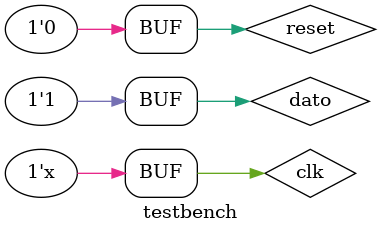
<source format=v>
`timescale 1us / 1us

module testbench;

	// Inputs
	reg clk;
	reg reset;
	reg dato;

	// Outputs
	wire detectada;
	

	// Instantiate the Unit Under Test (UUT)
	detector_secuencia uut (
		.clk(clk), 
		.reset(reset), 
		.dato(dato), 
		.detectada(detectada)
	);

	initial begin
		// Initialize Inputs
		clk = 0;
		reset = 0;
		dato = 0;

		#80 reset = 1; //hacer reset
		
		#40 reset = 0; 

      #40 dato = 1;  //secuencia= 1
		
		#160 dato = 0; //secuencia= 110
		
		#80 dato = 1;  //secuencia= 1101 -> detectada = 1

      #160 dato = 0; //secuencia= 110110

      #80 dato = 1;  //secuencia= 1101101 -> detectada = 1		
		
		#80 dato = 0;  //secuencia= 11011010
      
		#80 dato = 1;  //secuencia= 110110101	
 
      #240 dato = 0; //secuencia= 110110101110

      #80 dato = 1;  //secuencia= 1101101011101 -> detectada = 1		
     		
		
	end
	
      always
       #20 clk = ~clk;   //generador clk, f=50 kHz
		 
endmodule


</source>
